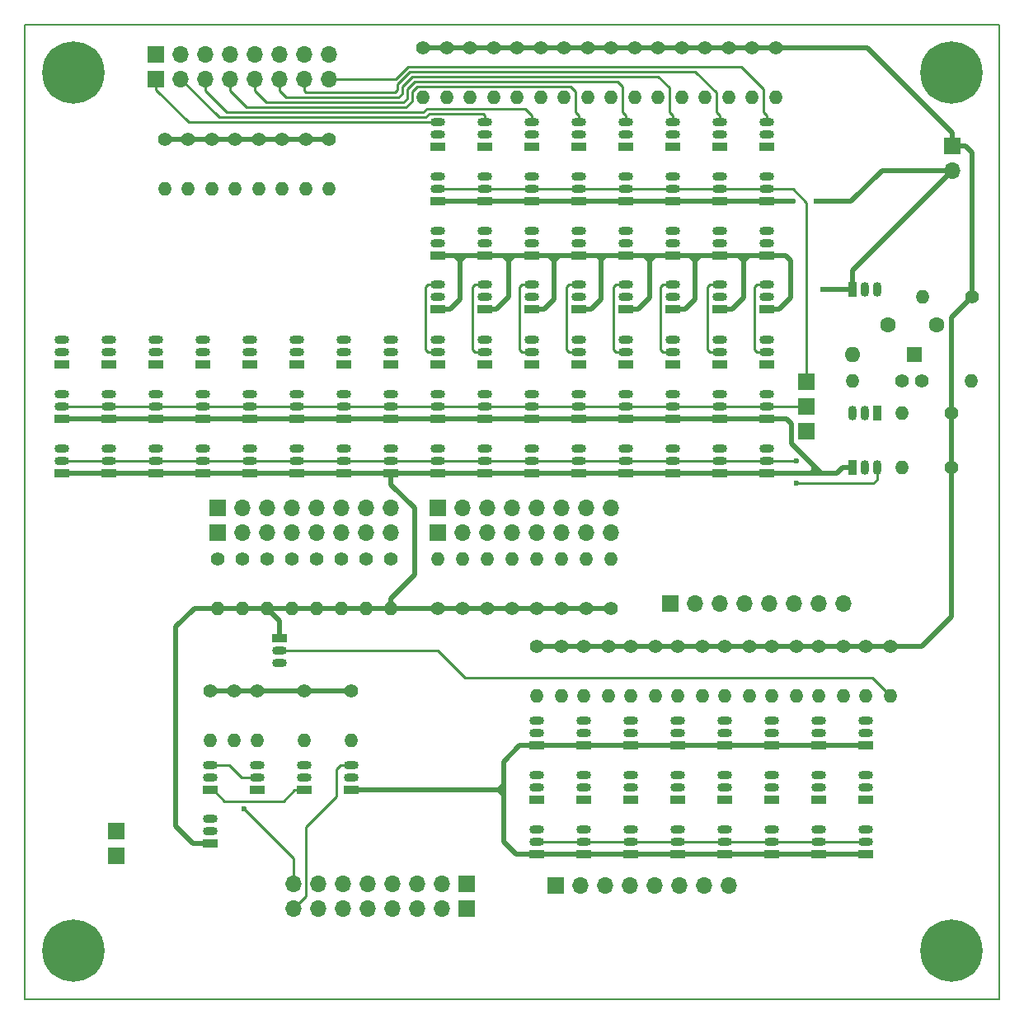
<source format=gbr>
%TF.GenerationSoftware,KiCad,Pcbnew,4.0.7-e2-6376~61~ubuntu18.04.1*%
%TF.CreationDate,2020-08-23T10:07:49+02:00*%
%TF.ProjectId,controller,636F6E74726F6C6C65722E6B69636164,rev?*%
%TF.FileFunction,Copper,L1,Top,Signal*%
%FSLAX46Y46*%
G04 Gerber Fmt 4.6, Leading zero omitted, Abs format (unit mm)*
G04 Created by KiCad (PCBNEW 4.0.7-e2-6376~61~ubuntu18.04.1) date Sun Aug 23 10:07:49 2020*
%MOMM*%
%LPD*%
G01*
G04 APERTURE LIST*
%ADD10C,0.100000*%
%ADD11C,0.150000*%
%ADD12C,1.600000*%
%ADD13R,1.600000X1.600000*%
%ADD14O,1.600000X1.600000*%
%ADD15R,1.700000X1.700000*%
%ADD16O,1.700000X1.700000*%
%ADD17O,0.900000X1.500000*%
%ADD18R,0.900000X1.500000*%
%ADD19O,1.500000X0.900000*%
%ADD20R,1.500000X0.900000*%
%ADD21C,1.400000*%
%ADD22O,1.400000X1.400000*%
%ADD23C,6.400000*%
%ADD24C,0.600000*%
%ADD25C,0.250000*%
%ADD26C,0.500000*%
G04 APERTURE END LIST*
D10*
D11*
X41440000Y-15405000D02*
X41440000Y-115405000D01*
X41440000Y-115405000D02*
X141440000Y-115405000D01*
X141440000Y-15405000D02*
X141440000Y-115405000D01*
X41440000Y-15405000D02*
X141440000Y-15405000D01*
D12*
X135048000Y-46228000D03*
X130048000Y-46228000D03*
D13*
X132715000Y-49276000D03*
D14*
X126365000Y-49276000D03*
D15*
X121666000Y-57150000D03*
X83820000Y-67564000D03*
D16*
X86360000Y-67564000D03*
X88900000Y-67564000D03*
X91440000Y-67564000D03*
X93980000Y-67564000D03*
X96520000Y-67564000D03*
X99060000Y-67564000D03*
X101600000Y-67564000D03*
D15*
X83820000Y-65024000D03*
D16*
X86360000Y-65024000D03*
X88900000Y-65024000D03*
X91440000Y-65024000D03*
X93980000Y-65024000D03*
X96520000Y-65024000D03*
X99060000Y-65024000D03*
X101600000Y-65024000D03*
D15*
X61214000Y-67564000D03*
D16*
X63754000Y-67564000D03*
X66294000Y-67564000D03*
X68834000Y-67564000D03*
X71374000Y-67564000D03*
X73914000Y-67564000D03*
X76454000Y-67564000D03*
X78994000Y-67564000D03*
D15*
X61214000Y-65024000D03*
D16*
X63754000Y-65024000D03*
X66294000Y-65024000D03*
X68834000Y-65024000D03*
X71374000Y-65024000D03*
X73914000Y-65024000D03*
X76454000Y-65024000D03*
X78994000Y-65024000D03*
D15*
X121666000Y-54610000D03*
X121666000Y-52070000D03*
X54864000Y-18415000D03*
D16*
X57404000Y-18415000D03*
X59944000Y-18415000D03*
X62484000Y-18415000D03*
X65024000Y-18415000D03*
X67564000Y-18415000D03*
X70104000Y-18415000D03*
X72644000Y-18415000D03*
D15*
X54864000Y-20955000D03*
D16*
X57404000Y-20955000D03*
X59944000Y-20955000D03*
X62484000Y-20955000D03*
X65024000Y-20955000D03*
X67564000Y-20955000D03*
X70104000Y-20955000D03*
X72644000Y-20955000D03*
D15*
X107696000Y-74803000D03*
D16*
X110236000Y-74803000D03*
X112776000Y-74803000D03*
X115316000Y-74803000D03*
X117856000Y-74803000D03*
X120396000Y-74803000D03*
X122936000Y-74803000D03*
X125476000Y-74803000D03*
D15*
X50800000Y-100711000D03*
X50800000Y-98171000D03*
X95885000Y-103759000D03*
D16*
X98425000Y-103759000D03*
X100965000Y-103759000D03*
X103505000Y-103759000D03*
X106045000Y-103759000D03*
X108585000Y-103759000D03*
X111125000Y-103759000D03*
X113665000Y-103759000D03*
D15*
X86741000Y-106172000D03*
D16*
X84201000Y-106172000D03*
X81661000Y-106172000D03*
X79121000Y-106172000D03*
X76581000Y-106172000D03*
X74041000Y-106172000D03*
X71501000Y-106172000D03*
X68961000Y-106172000D03*
D15*
X86741000Y-103632000D03*
D16*
X84201000Y-103632000D03*
X81661000Y-103632000D03*
X79121000Y-103632000D03*
X76581000Y-103632000D03*
X74041000Y-103632000D03*
X71501000Y-103632000D03*
X68961000Y-103632000D03*
D15*
X136652000Y-27813000D03*
D16*
X136652000Y-30353000D03*
D17*
X127635000Y-42545000D03*
X128905000Y-42545000D03*
D18*
X126365000Y-42545000D03*
D17*
X127635000Y-55245000D03*
X126365000Y-55245000D03*
D18*
X128905000Y-55245000D03*
D17*
X127635000Y-60833000D03*
X128905000Y-60833000D03*
D18*
X126365000Y-60833000D03*
D19*
X67564000Y-79629000D03*
X67564000Y-80899000D03*
D20*
X67564000Y-78359000D03*
D19*
X70104000Y-92710000D03*
X70104000Y-91440000D03*
D20*
X70104000Y-93980000D03*
D19*
X74930000Y-92710000D03*
X74930000Y-91440000D03*
D20*
X74930000Y-93980000D03*
D19*
X60452000Y-98171000D03*
X60452000Y-96901000D03*
D20*
X60452000Y-99441000D03*
D19*
X60452000Y-92710000D03*
X60452000Y-91440000D03*
D20*
X60452000Y-93980000D03*
D19*
X65278000Y-92710000D03*
X65278000Y-91440000D03*
D20*
X65278000Y-93980000D03*
D19*
X83820000Y-37846000D03*
X83820000Y-36576000D03*
D20*
X83820000Y-39116000D03*
D19*
X83820000Y-26670000D03*
X83820000Y-25400000D03*
D20*
X83820000Y-27940000D03*
D19*
X83820000Y-32258000D03*
X83820000Y-30988000D03*
D20*
X83820000Y-33528000D03*
D19*
X88646000Y-37846000D03*
X88646000Y-36576000D03*
D20*
X88646000Y-39116000D03*
D19*
X88646000Y-26670000D03*
X88646000Y-25400000D03*
D20*
X88646000Y-27940000D03*
D19*
X88646000Y-32258000D03*
X88646000Y-30988000D03*
D20*
X88646000Y-33528000D03*
D19*
X93472000Y-37846000D03*
X93472000Y-36576000D03*
D20*
X93472000Y-39116000D03*
D19*
X93472000Y-26670000D03*
X93472000Y-25400000D03*
D20*
X93472000Y-27940000D03*
D19*
X93472000Y-32258000D03*
X93472000Y-30988000D03*
D20*
X93472000Y-33528000D03*
D19*
X98298000Y-37846000D03*
X98298000Y-36576000D03*
D20*
X98298000Y-39116000D03*
D19*
X98298000Y-26670000D03*
X98298000Y-25400000D03*
D20*
X98298000Y-27940000D03*
D19*
X98298000Y-32258000D03*
X98298000Y-30988000D03*
D20*
X98298000Y-33528000D03*
D19*
X103124000Y-37846000D03*
X103124000Y-36576000D03*
D20*
X103124000Y-39116000D03*
D19*
X103124000Y-26670000D03*
X103124000Y-25400000D03*
D20*
X103124000Y-27940000D03*
D19*
X103124000Y-32258000D03*
X103124000Y-30988000D03*
D20*
X103124000Y-33528000D03*
D19*
X107950000Y-37846000D03*
X107950000Y-36576000D03*
D20*
X107950000Y-39116000D03*
D19*
X107950000Y-26670000D03*
X107950000Y-25400000D03*
D20*
X107950000Y-27940000D03*
D19*
X107950000Y-32258000D03*
X107950000Y-30988000D03*
D20*
X107950000Y-33528000D03*
D19*
X112776000Y-37846000D03*
X112776000Y-36576000D03*
D20*
X112776000Y-39116000D03*
D19*
X112776000Y-26670000D03*
X112776000Y-25400000D03*
D20*
X112776000Y-27940000D03*
D19*
X112776000Y-32258000D03*
X112776000Y-30988000D03*
D20*
X112776000Y-33528000D03*
D19*
X117602000Y-37846000D03*
X117602000Y-36576000D03*
D20*
X117602000Y-39116000D03*
D19*
X117602000Y-26670000D03*
X117602000Y-25400000D03*
D20*
X117602000Y-27940000D03*
D19*
X117602000Y-32258000D03*
X117602000Y-30988000D03*
D20*
X117602000Y-33528000D03*
D19*
X45212000Y-49022000D03*
X45212000Y-47752000D03*
D20*
X45212000Y-50292000D03*
D19*
X45212000Y-54610000D03*
X45212000Y-53340000D03*
D20*
X45212000Y-55880000D03*
D19*
X50038000Y-49022000D03*
X50038000Y-47752000D03*
D20*
X50038000Y-50292000D03*
D19*
X50038000Y-54610000D03*
X50038000Y-53340000D03*
D20*
X50038000Y-55880000D03*
D19*
X54864000Y-49022000D03*
X54864000Y-47752000D03*
D20*
X54864000Y-50292000D03*
D19*
X54864000Y-54610000D03*
X54864000Y-53340000D03*
D20*
X54864000Y-55880000D03*
D19*
X59690000Y-49022000D03*
X59690000Y-47752000D03*
D20*
X59690000Y-50292000D03*
D19*
X59690000Y-54610000D03*
X59690000Y-53340000D03*
D20*
X59690000Y-55880000D03*
D19*
X64516000Y-49022000D03*
X64516000Y-47752000D03*
D20*
X64516000Y-50292000D03*
D19*
X64516000Y-54610000D03*
X64516000Y-53340000D03*
D20*
X64516000Y-55880000D03*
D19*
X69342000Y-49022000D03*
X69342000Y-47752000D03*
D20*
X69342000Y-50292000D03*
D19*
X69342000Y-54610000D03*
X69342000Y-53340000D03*
D20*
X69342000Y-55880000D03*
D19*
X74168000Y-49022000D03*
X74168000Y-47752000D03*
D20*
X74168000Y-50292000D03*
D19*
X74168000Y-54610000D03*
X74168000Y-53340000D03*
D20*
X74168000Y-55880000D03*
D19*
X78994000Y-49022000D03*
X78994000Y-47752000D03*
D20*
X78994000Y-50292000D03*
D19*
X78994000Y-54610000D03*
X78994000Y-53340000D03*
D20*
X78994000Y-55880000D03*
D19*
X83820000Y-49022000D03*
X83820000Y-47752000D03*
D20*
X83820000Y-50292000D03*
D19*
X83820000Y-54610000D03*
X83820000Y-53340000D03*
D20*
X83820000Y-55880000D03*
D19*
X88646000Y-49022000D03*
X88646000Y-47752000D03*
D20*
X88646000Y-50292000D03*
D19*
X88646000Y-54610000D03*
X88646000Y-53340000D03*
D20*
X88646000Y-55880000D03*
D19*
X93472000Y-49022000D03*
X93472000Y-47752000D03*
D20*
X93472000Y-50292000D03*
D19*
X93472000Y-54610000D03*
X93472000Y-53340000D03*
D20*
X93472000Y-55880000D03*
D19*
X98298000Y-49022000D03*
X98298000Y-47752000D03*
D20*
X98298000Y-50292000D03*
D19*
X98298000Y-54610000D03*
X98298000Y-53340000D03*
D20*
X98298000Y-55880000D03*
D19*
X103124000Y-49022000D03*
X103124000Y-47752000D03*
D20*
X103124000Y-50292000D03*
D19*
X103124000Y-54610000D03*
X103124000Y-53340000D03*
D20*
X103124000Y-55880000D03*
D19*
X107950000Y-49022000D03*
X107950000Y-47752000D03*
D20*
X107950000Y-50292000D03*
D19*
X107950000Y-54610000D03*
X107950000Y-53340000D03*
D20*
X107950000Y-55880000D03*
D19*
X112776000Y-49022000D03*
X112776000Y-47752000D03*
D20*
X112776000Y-50292000D03*
D19*
X112776000Y-54610000D03*
X112776000Y-53340000D03*
D20*
X112776000Y-55880000D03*
D19*
X117602000Y-49022000D03*
X117602000Y-47752000D03*
D20*
X117602000Y-50292000D03*
D19*
X117602000Y-54610000D03*
X117602000Y-53340000D03*
D20*
X117602000Y-55880000D03*
D19*
X83820000Y-43307000D03*
X83820000Y-42037000D03*
D20*
X83820000Y-44577000D03*
D19*
X88646000Y-43307000D03*
X88646000Y-42037000D03*
D20*
X88646000Y-44577000D03*
D19*
X93472000Y-43307000D03*
X93472000Y-42037000D03*
D20*
X93472000Y-44577000D03*
D19*
X98298000Y-43307000D03*
X98298000Y-42037000D03*
D20*
X98298000Y-44577000D03*
D19*
X103124000Y-43307000D03*
X103124000Y-42037000D03*
D20*
X103124000Y-44577000D03*
D19*
X107950000Y-43307000D03*
X107950000Y-42037000D03*
D20*
X107950000Y-44577000D03*
D19*
X112776000Y-43307000D03*
X112776000Y-42037000D03*
D20*
X112776000Y-44577000D03*
D19*
X117602000Y-43307000D03*
X117602000Y-42037000D03*
D20*
X117602000Y-44577000D03*
D19*
X83820000Y-60198000D03*
X83820000Y-58928000D03*
D20*
X83820000Y-61468000D03*
D19*
X45212000Y-60198000D03*
X45212000Y-58928000D03*
D20*
X45212000Y-61468000D03*
D19*
X88646000Y-60198000D03*
X88646000Y-58928000D03*
D20*
X88646000Y-61468000D03*
D19*
X50038000Y-60198000D03*
X50038000Y-58928000D03*
D20*
X50038000Y-61468000D03*
D19*
X93472000Y-60198000D03*
X93472000Y-58928000D03*
D20*
X93472000Y-61468000D03*
D19*
X54864000Y-60198000D03*
X54864000Y-58928000D03*
D20*
X54864000Y-61468000D03*
D19*
X98298000Y-60198000D03*
X98298000Y-58928000D03*
D20*
X98298000Y-61468000D03*
D19*
X59690000Y-60198000D03*
X59690000Y-58928000D03*
D20*
X59690000Y-61468000D03*
D19*
X103124000Y-60198000D03*
X103124000Y-58928000D03*
D20*
X103124000Y-61468000D03*
D19*
X64516000Y-60198000D03*
X64516000Y-58928000D03*
D20*
X64516000Y-61468000D03*
D19*
X107950000Y-60198000D03*
X107950000Y-58928000D03*
D20*
X107950000Y-61468000D03*
D19*
X69342000Y-60198000D03*
X69342000Y-58928000D03*
D20*
X69342000Y-61468000D03*
D19*
X112776000Y-60198000D03*
X112776000Y-58928000D03*
D20*
X112776000Y-61468000D03*
D19*
X74168000Y-60198000D03*
X74168000Y-58928000D03*
D20*
X74168000Y-61468000D03*
D19*
X117602000Y-60198000D03*
X117602000Y-58928000D03*
D20*
X117602000Y-61468000D03*
D19*
X78994000Y-60198000D03*
X78994000Y-58928000D03*
D20*
X78994000Y-61468000D03*
D19*
X93980000Y-93726000D03*
X93980000Y-92456000D03*
D20*
X93980000Y-94996000D03*
D19*
X93980000Y-99314000D03*
X93980000Y-98044000D03*
D20*
X93980000Y-100584000D03*
D19*
X98806000Y-93726000D03*
X98806000Y-92456000D03*
D20*
X98806000Y-94996000D03*
D19*
X98806000Y-99314000D03*
X98806000Y-98044000D03*
D20*
X98806000Y-100584000D03*
D19*
X103632000Y-93726000D03*
X103632000Y-92456000D03*
D20*
X103632000Y-94996000D03*
D19*
X103632000Y-99314000D03*
X103632000Y-98044000D03*
D20*
X103632000Y-100584000D03*
D19*
X108458000Y-93726000D03*
X108458000Y-92456000D03*
D20*
X108458000Y-94996000D03*
D19*
X108458000Y-99314000D03*
X108458000Y-98044000D03*
D20*
X108458000Y-100584000D03*
D19*
X113284000Y-93726000D03*
X113284000Y-92456000D03*
D20*
X113284000Y-94996000D03*
D19*
X113284000Y-99314000D03*
X113284000Y-98044000D03*
D20*
X113284000Y-100584000D03*
D19*
X118110000Y-93726000D03*
X118110000Y-92456000D03*
D20*
X118110000Y-94996000D03*
D19*
X118110000Y-99314000D03*
X118110000Y-98044000D03*
D20*
X118110000Y-100584000D03*
D19*
X122936000Y-93726000D03*
X122936000Y-92456000D03*
D20*
X122936000Y-94996000D03*
D19*
X122936000Y-99314000D03*
X122936000Y-98044000D03*
D20*
X122936000Y-100584000D03*
D19*
X127762000Y-93726000D03*
X127762000Y-92456000D03*
D20*
X127762000Y-94996000D03*
D19*
X127762000Y-99314000D03*
X127762000Y-98044000D03*
D20*
X127762000Y-100584000D03*
D19*
X93980000Y-88138000D03*
X93980000Y-86868000D03*
D20*
X93980000Y-89408000D03*
D19*
X98806000Y-88138000D03*
X98806000Y-86868000D03*
D20*
X98806000Y-89408000D03*
D19*
X103632000Y-88138000D03*
X103632000Y-86868000D03*
D20*
X103632000Y-89408000D03*
D19*
X108458000Y-88138000D03*
X108458000Y-86868000D03*
D20*
X108458000Y-89408000D03*
D19*
X113284000Y-88138000D03*
X113284000Y-86868000D03*
D20*
X113284000Y-89408000D03*
D19*
X118110000Y-88138000D03*
X118110000Y-86868000D03*
D20*
X118110000Y-89408000D03*
D19*
X122936000Y-88138000D03*
X122936000Y-86868000D03*
D20*
X122936000Y-89408000D03*
D19*
X127762000Y-88138000D03*
X127762000Y-86868000D03*
D20*
X127762000Y-89408000D03*
D21*
X138684000Y-43307000D03*
D22*
X133604000Y-43307000D03*
D21*
X101600000Y-75311000D03*
D22*
X101600000Y-70231000D03*
D21*
X99060000Y-75311000D03*
D22*
X99060000Y-70231000D03*
D21*
X96520000Y-75311000D03*
D22*
X96520000Y-70231000D03*
D21*
X93980000Y-75311000D03*
D22*
X93980000Y-70231000D03*
D21*
X91440000Y-75311000D03*
D22*
X91440000Y-70231000D03*
D21*
X88900000Y-75311000D03*
D22*
X88900000Y-70231000D03*
D21*
X86360000Y-75311000D03*
D22*
X86360000Y-70231000D03*
D21*
X83820000Y-75311000D03*
D22*
X83820000Y-70231000D03*
D21*
X131445000Y-51943000D03*
D22*
X126365000Y-51943000D03*
D21*
X61214000Y-70231000D03*
D22*
X61214000Y-75311000D03*
D21*
X63754000Y-70231000D03*
D22*
X63754000Y-75311000D03*
D21*
X66294000Y-70231000D03*
D22*
X66294000Y-75311000D03*
D21*
X68834000Y-70231000D03*
D22*
X68834000Y-75311000D03*
D21*
X71374000Y-70231000D03*
D22*
X71374000Y-75311000D03*
D21*
X73914000Y-70231000D03*
D22*
X73914000Y-75311000D03*
D21*
X76454000Y-70231000D03*
D22*
X76454000Y-75311000D03*
D21*
X78994000Y-70231000D03*
D22*
X78994000Y-75311000D03*
D21*
X133477000Y-51943000D03*
D22*
X138557000Y-51943000D03*
D21*
X136525000Y-55245000D03*
D22*
X131445000Y-55245000D03*
D21*
X136525000Y-60833000D03*
D22*
X131445000Y-60833000D03*
D21*
X72644000Y-27178000D03*
D22*
X72644000Y-32258000D03*
D21*
X70231000Y-27178000D03*
D22*
X70231000Y-32258000D03*
D21*
X67818000Y-27178000D03*
D22*
X67818000Y-32258000D03*
D21*
X65405000Y-27178000D03*
D22*
X65405000Y-32258000D03*
D21*
X62992000Y-27178000D03*
D22*
X62992000Y-32258000D03*
D21*
X60579000Y-27178000D03*
D22*
X60579000Y-32258000D03*
D21*
X58166000Y-27178000D03*
D22*
X58166000Y-32258000D03*
D21*
X55753000Y-27178000D03*
D22*
X55753000Y-32258000D03*
D21*
X62865000Y-83820000D03*
D22*
X62865000Y-88900000D03*
D21*
X70104000Y-83820000D03*
D22*
X70104000Y-88900000D03*
D21*
X74930000Y-83820000D03*
D22*
X74930000Y-88900000D03*
D21*
X60452000Y-83820000D03*
D22*
X60452000Y-88900000D03*
D21*
X65278000Y-83820000D03*
D22*
X65278000Y-88900000D03*
D21*
X96520000Y-79248000D03*
D22*
X96520000Y-84328000D03*
D21*
X101346000Y-79248000D03*
D22*
X101346000Y-84328000D03*
D21*
X106172000Y-79248000D03*
D22*
X106172000Y-84328000D03*
D21*
X110998000Y-79248000D03*
D22*
X110998000Y-84328000D03*
D21*
X115824000Y-79248000D03*
D22*
X115824000Y-84328000D03*
D21*
X120650000Y-79248000D03*
D22*
X120650000Y-84328000D03*
D21*
X125476000Y-79248000D03*
D22*
X125476000Y-84328000D03*
D21*
X130302000Y-79248000D03*
D22*
X130302000Y-84328000D03*
D21*
X84709000Y-17780000D03*
D22*
X84709000Y-22860000D03*
D21*
X89535000Y-17780000D03*
D22*
X89535000Y-22860000D03*
D21*
X94361000Y-17780000D03*
D22*
X94361000Y-22860000D03*
D21*
X99187000Y-17780000D03*
D22*
X99187000Y-22860000D03*
D21*
X104013000Y-17780000D03*
D22*
X104013000Y-22860000D03*
D21*
X108839000Y-17780000D03*
D22*
X108839000Y-22860000D03*
D21*
X113665000Y-17780000D03*
D22*
X113665000Y-22860000D03*
D21*
X118491000Y-17780000D03*
D22*
X118491000Y-22860000D03*
D21*
X82296000Y-17780000D03*
D22*
X82296000Y-22860000D03*
D21*
X87122000Y-17780000D03*
D22*
X87122000Y-22860000D03*
D21*
X91948000Y-17780000D03*
D22*
X91948000Y-22860000D03*
D21*
X96774000Y-17780000D03*
D22*
X96774000Y-22860000D03*
D21*
X101600000Y-17780000D03*
D22*
X101600000Y-22860000D03*
D21*
X106426000Y-17780000D03*
D22*
X106426000Y-22860000D03*
D21*
X111252000Y-17780000D03*
D22*
X111252000Y-22860000D03*
D21*
X116078000Y-17780000D03*
D22*
X116078000Y-22860000D03*
D21*
X93980000Y-79248000D03*
D22*
X93980000Y-84328000D03*
D21*
X98806000Y-79248000D03*
D22*
X98806000Y-84328000D03*
D21*
X103632000Y-79248000D03*
D22*
X103632000Y-84328000D03*
D21*
X108458000Y-79248000D03*
D22*
X108458000Y-84328000D03*
D21*
X113284000Y-79248000D03*
D22*
X113284000Y-84328000D03*
D21*
X118110000Y-79248000D03*
D22*
X118110000Y-84328000D03*
D21*
X122936000Y-79248000D03*
D22*
X122936000Y-84328000D03*
D21*
X127762000Y-79248000D03*
D22*
X127762000Y-84328000D03*
D23*
X136525000Y-20320000D03*
X46355000Y-20320000D03*
X46355000Y-110490000D03*
X136525000Y-110490000D03*
D24*
X63881000Y-95885000D03*
X122682000Y-33528000D03*
X120269000Y-33528000D03*
X123317000Y-42545000D03*
X120015000Y-42545000D03*
X120650000Y-62484000D03*
X120650000Y-60198000D03*
D25*
X50038000Y-54610000D02*
X45212000Y-54610000D01*
X54864000Y-54610000D02*
X50038000Y-54610000D01*
X59690000Y-54610000D02*
X54864000Y-54610000D01*
X59690000Y-54610000D02*
X64516000Y-54610000D01*
X69342000Y-54610000D02*
X64516000Y-54610000D01*
X74168000Y-54610000D02*
X73168000Y-54610000D01*
X73168000Y-54610000D02*
X69342000Y-54610000D01*
X78994000Y-54610000D02*
X77994000Y-54610000D01*
X77994000Y-54610000D02*
X74168000Y-54610000D01*
X83820000Y-54610000D02*
X78994000Y-54610000D01*
X88646000Y-54610000D02*
X83820000Y-54610000D01*
X93472000Y-54610000D02*
X88646000Y-54610000D01*
X98298000Y-54610000D02*
X93472000Y-54610000D01*
X103124000Y-54610000D02*
X102124000Y-54610000D01*
X102124000Y-54610000D02*
X98298000Y-54610000D01*
X107950000Y-54610000D02*
X103124000Y-54610000D01*
X112776000Y-54610000D02*
X107950000Y-54610000D01*
X117602000Y-54610000D02*
X116602000Y-54610000D01*
X116602000Y-54610000D02*
X112776000Y-54610000D01*
X121666000Y-54610000D02*
X117602000Y-54610000D01*
X120269000Y-32258000D02*
X121666000Y-33655000D01*
X121666000Y-33655000D02*
X121666000Y-52070000D01*
X117602000Y-32258000D02*
X120269000Y-32258000D01*
X112776000Y-32258000D02*
X117602000Y-32258000D01*
X107950000Y-32258000D02*
X108950000Y-32258000D01*
X108950000Y-32258000D02*
X112776000Y-32258000D01*
X103124000Y-32258000D02*
X107950000Y-32258000D01*
X98298000Y-32258000D02*
X103124000Y-32258000D01*
X93472000Y-32258000D02*
X98298000Y-32258000D01*
X88646000Y-32258000D02*
X93472000Y-32258000D01*
X83820000Y-32258000D02*
X88646000Y-32258000D01*
X54864000Y-20955000D02*
X54864000Y-22055000D01*
X54864000Y-22055000D02*
X58209000Y-25400000D01*
X58209000Y-25400000D02*
X72136000Y-25400000D01*
X72136000Y-25400000D02*
X83820000Y-25400000D01*
X83058000Y-24511000D02*
X82931000Y-24511000D01*
X82931000Y-24511000D02*
X82550000Y-24892000D01*
X82550000Y-24892000D02*
X61341000Y-24892000D01*
X61341000Y-24892000D02*
X57404000Y-20955000D01*
X87884000Y-24511000D02*
X83058000Y-24511000D01*
X88457000Y-24511000D02*
X87884000Y-24511000D01*
X88646000Y-25400000D02*
X88646000Y-24700000D01*
X88646000Y-24700000D02*
X88457000Y-24511000D01*
X82804000Y-24003000D02*
X82677000Y-24003000D01*
X82677000Y-24003000D02*
X82296000Y-24384000D01*
X59944000Y-22157081D02*
X59944000Y-20955000D01*
X82296000Y-24384000D02*
X62170919Y-24384000D01*
X62170919Y-24384000D02*
X59944000Y-22157081D01*
X84709000Y-24003000D02*
X82804000Y-24003000D01*
X87884000Y-24003000D02*
X84709000Y-24003000D01*
X92775000Y-24003000D02*
X87884000Y-24003000D01*
X93472000Y-25400000D02*
X93472000Y-24700000D01*
X93472000Y-24700000D02*
X92775000Y-24003000D01*
X98298000Y-25400000D02*
X98298000Y-24700000D01*
X64202919Y-23876000D02*
X62484000Y-22157081D01*
X98298000Y-24700000D02*
X97917000Y-24319000D01*
X81153000Y-23241000D02*
X80518000Y-23876000D01*
X97917000Y-24319000D02*
X97917000Y-22225000D01*
X97917000Y-22225000D02*
X97409000Y-21717000D01*
X62484000Y-22157081D02*
X62484000Y-20955000D01*
X97409000Y-21717000D02*
X81661000Y-21717000D01*
X80518000Y-23876000D02*
X64202919Y-23876000D01*
X81661000Y-21717000D02*
X81153000Y-22225000D01*
X81153000Y-22225000D02*
X81153000Y-23241000D01*
X103124000Y-25400000D02*
X103124000Y-24700000D01*
X102235000Y-21209000D02*
X81407000Y-21209000D01*
X80645000Y-21971000D02*
X80645000Y-22987000D01*
X66234919Y-23368000D02*
X65024000Y-22157081D01*
X103124000Y-24700000D02*
X102743000Y-24319000D01*
X102743000Y-24319000D02*
X102743000Y-21717000D01*
X102743000Y-21717000D02*
X102235000Y-21209000D01*
X81407000Y-21209000D02*
X80645000Y-21971000D01*
X80645000Y-22987000D02*
X80264000Y-23368000D01*
X80264000Y-23368000D02*
X66234919Y-23368000D01*
X65024000Y-22157081D02*
X65024000Y-20955000D01*
X107950000Y-25400000D02*
X107950000Y-24700000D01*
X106426000Y-20701000D02*
X81153000Y-20701000D01*
X80137000Y-22479000D02*
X79756000Y-22860000D01*
X68266919Y-22860000D02*
X67564000Y-22157081D01*
X107950000Y-24700000D02*
X107569000Y-24319000D01*
X107569000Y-24319000D02*
X107569000Y-21844000D01*
X107569000Y-21844000D02*
X106426000Y-20701000D01*
X80137000Y-21717000D02*
X80137000Y-22479000D01*
X81153000Y-20701000D02*
X80137000Y-21717000D01*
X79756000Y-22860000D02*
X68266919Y-22860000D01*
X67564000Y-22157081D02*
X67564000Y-20955000D01*
X112776000Y-25400000D02*
X112776000Y-24700000D01*
X112776000Y-24700000D02*
X112395000Y-24319000D01*
X70298919Y-22352000D02*
X70104000Y-22157081D01*
X112395000Y-24319000D02*
X112395000Y-22352000D01*
X80899000Y-20193000D02*
X79629000Y-21463000D01*
X79375000Y-22352000D02*
X70298919Y-22352000D01*
X112395000Y-22352000D02*
X110236000Y-20193000D01*
X110236000Y-20193000D02*
X80899000Y-20193000D01*
X79629000Y-21463000D02*
X79629000Y-22098000D01*
X79629000Y-22098000D02*
X79375000Y-22352000D01*
X70104000Y-22157081D02*
X70104000Y-20955000D01*
X80770590Y-19685000D02*
X79502000Y-20953590D01*
X72644000Y-20955000D02*
X79500590Y-20955000D01*
X79500590Y-20955000D02*
X79502000Y-20953590D01*
X110617000Y-19685000D02*
X80770590Y-19685000D01*
X114935000Y-19685000D02*
X110617000Y-19685000D01*
X117221000Y-21971000D02*
X114935000Y-19685000D01*
X117221000Y-22485998D02*
X117221000Y-21971000D01*
X117221000Y-23114000D02*
X117221000Y-22485998D01*
X117221000Y-24319000D02*
X117221000Y-23114000D01*
X117602000Y-25400000D02*
X117602000Y-24700000D01*
X117602000Y-24700000D02*
X117221000Y-24319000D01*
X122936000Y-99314000D02*
X127762000Y-99314000D01*
X118110000Y-99314000D02*
X122936000Y-99314000D01*
X113284000Y-99314000D02*
X118110000Y-99314000D01*
X108458000Y-99314000D02*
X113284000Y-99314000D01*
X103632000Y-99314000D02*
X108458000Y-99314000D01*
X98806000Y-99314000D02*
X103632000Y-99314000D01*
X93980000Y-99314000D02*
X98806000Y-99314000D01*
X86614000Y-82423000D02*
X128397000Y-82423000D01*
X128397000Y-82423000D02*
X130302000Y-84328000D01*
X83820000Y-79629000D02*
X86614000Y-82423000D01*
X67564000Y-79629000D02*
X83820000Y-79629000D01*
X68961000Y-106172000D02*
X70231000Y-104902000D01*
X73406000Y-91821000D02*
X73787000Y-91440000D01*
X70231000Y-104902000D02*
X70231000Y-97790000D01*
X73787000Y-91440000D02*
X74930000Y-91440000D01*
X70231000Y-97790000D02*
X73406000Y-94615000D01*
X73406000Y-94615000D02*
X73406000Y-91821000D01*
X63881000Y-95885000D02*
X68961000Y-100965000D01*
X68961000Y-100965000D02*
X68961000Y-103632000D01*
D26*
X96520000Y-79248000D02*
X93980000Y-79248000D01*
X98806000Y-79248000D02*
X96520000Y-79248000D01*
X101346000Y-79248000D02*
X98806000Y-79248000D01*
X103632000Y-79248000D02*
X101346000Y-79248000D01*
X106172000Y-79248000D02*
X103632000Y-79248000D01*
X108458000Y-79248000D02*
X106172000Y-79248000D01*
X108458000Y-79248000D02*
X110998000Y-79248000D01*
X113284000Y-79248000D02*
X110998000Y-79248000D01*
X115824000Y-79248000D02*
X113284000Y-79248000D01*
X118110000Y-79248000D02*
X115824000Y-79248000D01*
X120650000Y-79248000D02*
X118110000Y-79248000D01*
X122936000Y-79248000D02*
X120650000Y-79248000D01*
X125476000Y-79248000D02*
X122936000Y-79248000D01*
X127762000Y-79248000D02*
X125476000Y-79248000D01*
X130302000Y-79248000D02*
X127762000Y-79248000D01*
X136525000Y-76200000D02*
X133477000Y-79248000D01*
X133477000Y-79248000D02*
X130302000Y-79248000D01*
X136525000Y-60833000D02*
X136525000Y-76200000D01*
X138684000Y-43307000D02*
X138684000Y-28495000D01*
X138684000Y-28495000D02*
X138002000Y-27813000D01*
X138002000Y-27813000D02*
X136652000Y-27813000D01*
X136525000Y-55245000D02*
X136525000Y-45466000D01*
X136525000Y-45466000D02*
X138684000Y-43307000D01*
X136525000Y-60833000D02*
X136525000Y-59843051D01*
X136525000Y-59843051D02*
X136525000Y-55245000D01*
X118491000Y-17780000D02*
X127969000Y-17780000D01*
X127969000Y-17780000D02*
X136652000Y-26463000D01*
X136652000Y-26463000D02*
X136652000Y-27813000D01*
X70104000Y-83820000D02*
X74930000Y-83820000D01*
X65278000Y-83820000D02*
X70104000Y-83820000D01*
X65278000Y-83820000D02*
X62865000Y-83820000D01*
X60452000Y-83820000D02*
X62865000Y-83820000D01*
X118491000Y-17780000D02*
X116078000Y-17780000D01*
X113665000Y-17780000D02*
X116078000Y-17780000D01*
X111252000Y-17780000D02*
X113665000Y-17780000D01*
X108839000Y-17780000D02*
X111252000Y-17780000D01*
X106426000Y-17780000D02*
X108839000Y-17780000D01*
X104013000Y-17780000D02*
X106426000Y-17780000D01*
X101600000Y-17780000D02*
X104013000Y-17780000D01*
X99187000Y-17780000D02*
X101600000Y-17780000D01*
X96774000Y-17780000D02*
X99187000Y-17780000D01*
X94361000Y-17780000D02*
X96774000Y-17780000D01*
X91948000Y-17780000D02*
X94361000Y-17780000D01*
X89535000Y-17780000D02*
X91948000Y-17780000D01*
X87122000Y-17780000D02*
X89535000Y-17780000D01*
X84709000Y-17780000D02*
X87122000Y-17780000D01*
X82296000Y-17780000D02*
X84709000Y-17780000D01*
X58166000Y-27178000D02*
X55753000Y-27178000D01*
X60579000Y-27178000D02*
X58166000Y-27178000D01*
X62992000Y-27178000D02*
X60579000Y-27178000D01*
X65405000Y-27178000D02*
X62992000Y-27178000D01*
X67818000Y-27178000D02*
X65405000Y-27178000D01*
X70231000Y-27178000D02*
X67818000Y-27178000D01*
X72644000Y-27178000D02*
X70231000Y-27178000D01*
X56896000Y-77216000D02*
X58801000Y-75311000D01*
X58801000Y-75311000D02*
X61214000Y-75311000D01*
X56896000Y-97663000D02*
X56896000Y-77216000D01*
X58674000Y-99441000D02*
X56896000Y-97663000D01*
X60452000Y-99441000D02*
X58674000Y-99441000D01*
X99060000Y-75311000D02*
X101600000Y-75311000D01*
X96520000Y-75311000D02*
X99060000Y-75311000D01*
X93980000Y-75311000D02*
X96520000Y-75311000D01*
X91440000Y-75311000D02*
X93980000Y-75311000D01*
X88900000Y-75311000D02*
X91440000Y-75311000D01*
X86360000Y-75311000D02*
X88900000Y-75311000D01*
X83820000Y-75311000D02*
X86360000Y-75311000D01*
X81407000Y-65024000D02*
X78994000Y-62611000D01*
X78994000Y-62611000D02*
X78994000Y-61468000D01*
X81407000Y-71882000D02*
X81407000Y-65024000D01*
X78994000Y-74295000D02*
X81407000Y-71882000D01*
X78994000Y-75311000D02*
X78994000Y-74295000D01*
X78994000Y-75311000D02*
X83820000Y-75311000D01*
X76454000Y-75311000D02*
X78994000Y-75311000D01*
X73914000Y-75311000D02*
X76454000Y-75311000D01*
X71374000Y-75311000D02*
X73914000Y-75311000D01*
X67564000Y-78359000D02*
X67564000Y-76581000D01*
X67564000Y-76581000D02*
X66294000Y-75311000D01*
X68834000Y-75311000D02*
X71374000Y-75311000D01*
X66294000Y-75311000D02*
X68834000Y-75311000D01*
X63754000Y-75311000D02*
X66294000Y-75311000D01*
X61214000Y-75311000D02*
X63754000Y-75311000D01*
X90551000Y-99314000D02*
X90551000Y-94488000D01*
X90551000Y-94488000D02*
X90551000Y-93980000D01*
X90043000Y-93980000D02*
X90551000Y-94488000D01*
X90551000Y-93345000D02*
X90551000Y-91059000D01*
X90551000Y-93980000D02*
X90551000Y-93345000D01*
X74930000Y-93980000D02*
X90043000Y-93980000D01*
X90551000Y-93472000D02*
X90043000Y-93980000D01*
X90043000Y-93980000D02*
X90551000Y-93980000D01*
X90551000Y-93345000D02*
X90551000Y-93472000D01*
X93980000Y-100584000D02*
X91821000Y-100584000D01*
X91821000Y-100584000D02*
X90551000Y-99314000D01*
X90551000Y-91059000D02*
X92202000Y-89408000D01*
X92202000Y-89408000D02*
X93980000Y-89408000D01*
X122936000Y-89408000D02*
X127762000Y-89408000D01*
X118110000Y-89408000D02*
X122936000Y-89408000D01*
X113284000Y-89408000D02*
X118110000Y-89408000D01*
X108458000Y-89408000D02*
X113284000Y-89408000D01*
X103632000Y-89408000D02*
X108458000Y-89408000D01*
X98806000Y-89408000D02*
X103632000Y-89408000D01*
X93980000Y-89408000D02*
X98806000Y-89408000D01*
X129413000Y-30353000D02*
X136652000Y-30353000D01*
X126238000Y-33528000D02*
X129413000Y-30353000D01*
X122682000Y-33528000D02*
X126238000Y-33528000D01*
X117602000Y-33528000D02*
X120269000Y-33528000D01*
X126365000Y-42545000D02*
X126365000Y-40640000D01*
X126365000Y-40640000D02*
X136652000Y-30353000D01*
X123317000Y-42545000D02*
X126365000Y-42545000D01*
X120015000Y-42545000D02*
X120015000Y-43414000D01*
X120015000Y-39624000D02*
X120015000Y-42545000D01*
X117602000Y-39116000D02*
X119507000Y-39116000D01*
X119507000Y-39116000D02*
X120015000Y-39624000D01*
X120015000Y-43414000D02*
X118852000Y-44577000D01*
X118852000Y-44577000D02*
X117602000Y-44577000D01*
X112776000Y-39116000D02*
X114681000Y-39116000D01*
X114681000Y-39116000D02*
X115189000Y-39116000D01*
X115189000Y-39624000D02*
X114681000Y-39116000D01*
X115824000Y-39116000D02*
X117602000Y-39116000D01*
X115189000Y-39116000D02*
X115824000Y-39116000D01*
X115189000Y-43414000D02*
X115189000Y-39624000D01*
X115697000Y-39116000D02*
X115189000Y-39624000D01*
X115189000Y-39624000D02*
X115189000Y-39116000D01*
X115824000Y-39116000D02*
X115697000Y-39116000D01*
X112776000Y-44577000D02*
X114026000Y-44577000D01*
X114026000Y-44577000D02*
X115189000Y-43414000D01*
X107950000Y-39116000D02*
X109728000Y-39116000D01*
X109728000Y-39116000D02*
X110236000Y-39116000D01*
X110236000Y-39624000D02*
X109728000Y-39116000D01*
X110744000Y-39116000D02*
X112776000Y-39116000D01*
X110236000Y-39116000D02*
X110744000Y-39116000D01*
X110236000Y-43541000D02*
X110236000Y-39624000D01*
X110236000Y-39624000D02*
X110236000Y-39116000D01*
X110744000Y-39116000D02*
X110236000Y-39624000D01*
X107950000Y-44577000D02*
X109200000Y-44577000D01*
X109200000Y-44577000D02*
X110236000Y-43541000D01*
X103124000Y-39116000D02*
X105029000Y-39116000D01*
X105029000Y-39116000D02*
X105537000Y-39116000D01*
X105537000Y-39624000D02*
X105029000Y-39116000D01*
X106045000Y-39116000D02*
X107950000Y-39116000D01*
X105537000Y-39116000D02*
X106045000Y-39116000D01*
X105537000Y-43414000D02*
X105537000Y-39624000D01*
X105537000Y-39624000D02*
X105537000Y-39116000D01*
X106045000Y-39116000D02*
X105537000Y-39624000D01*
X103124000Y-44577000D02*
X104374000Y-44577000D01*
X104374000Y-44577000D02*
X105537000Y-43414000D01*
X100584000Y-39116000D02*
X100965000Y-39116000D01*
X100965000Y-39116000D02*
X103124000Y-39116000D01*
X100584000Y-39624000D02*
X100584000Y-39497000D01*
X100584000Y-39497000D02*
X100965000Y-39116000D01*
X100584000Y-39624000D02*
X100584000Y-39116000D01*
X100584000Y-43541000D02*
X100584000Y-39624000D01*
X98298000Y-39116000D02*
X100203000Y-39116000D01*
X100203000Y-39116000D02*
X100584000Y-39116000D01*
X100584000Y-39497000D02*
X100203000Y-39116000D01*
X98298000Y-44577000D02*
X99548000Y-44577000D01*
X99548000Y-44577000D02*
X100584000Y-43541000D01*
X95758000Y-39116000D02*
X96266000Y-39116000D01*
X96266000Y-39116000D02*
X98298000Y-39116000D01*
X95758000Y-39751000D02*
X95758000Y-39624000D01*
X95758000Y-39624000D02*
X96266000Y-39116000D01*
X95758000Y-39751000D02*
X95758000Y-39116000D01*
X95758000Y-43541000D02*
X95758000Y-39751000D01*
X93472000Y-39116000D02*
X95250000Y-39116000D01*
X95250000Y-39116000D02*
X95758000Y-39116000D01*
X95758000Y-39624000D02*
X95250000Y-39116000D01*
X93472000Y-44577000D02*
X94722000Y-44577000D01*
X94722000Y-44577000D02*
X95758000Y-43541000D01*
X88646000Y-39116000D02*
X90551000Y-39116000D01*
X91059000Y-39751000D02*
X91059000Y-39624000D01*
X90551000Y-39116000D02*
X91059000Y-39116000D01*
X91059000Y-39624000D02*
X90551000Y-39116000D01*
X91059000Y-39751000D02*
X91059000Y-39116000D01*
X91059000Y-43307000D02*
X91059000Y-39751000D01*
X91059000Y-39116000D02*
X91567000Y-39116000D01*
X91567000Y-39116000D02*
X93472000Y-39116000D01*
X91059000Y-39624000D02*
X91567000Y-39116000D01*
X88646000Y-44577000D02*
X89789000Y-44577000D01*
X89789000Y-44577000D02*
X91059000Y-43307000D01*
X83820000Y-39116000D02*
X85598000Y-39116000D01*
X85598000Y-39116000D02*
X86106000Y-39116000D01*
X86106000Y-39624000D02*
X85598000Y-39116000D01*
X86614000Y-39116000D02*
X88646000Y-39116000D01*
X86106000Y-39116000D02*
X86614000Y-39116000D01*
X86106000Y-43541000D02*
X86106000Y-39624000D01*
X86106000Y-39624000D02*
X86106000Y-39116000D01*
X86614000Y-39116000D02*
X86106000Y-39624000D01*
X85070000Y-44577000D02*
X86106000Y-43541000D01*
X83820000Y-44577000D02*
X85070000Y-44577000D01*
X88646000Y-33528000D02*
X83820000Y-33528000D01*
X93472000Y-33528000D02*
X88646000Y-33528000D01*
X98298000Y-33528000D02*
X93472000Y-33528000D01*
X103124000Y-33528000D02*
X98298000Y-33528000D01*
X107950000Y-33528000D02*
X103124000Y-33528000D01*
X112776000Y-33528000D02*
X107950000Y-33528000D01*
X117602000Y-33528000D02*
X112776000Y-33528000D01*
X45212000Y-55880000D02*
X50038000Y-55880000D01*
X50038000Y-55880000D02*
X54864000Y-55880000D01*
X54864000Y-55880000D02*
X59690000Y-55880000D01*
X64516000Y-55880000D02*
X59690000Y-55880000D01*
X69342000Y-55880000D02*
X64516000Y-55880000D01*
X74168000Y-55880000D02*
X69342000Y-55880000D01*
X78994000Y-55880000D02*
X74168000Y-55880000D01*
X83820000Y-55880000D02*
X78994000Y-55880000D01*
X88646000Y-55880000D02*
X83820000Y-55880000D01*
X93472000Y-55880000D02*
X88646000Y-55880000D01*
X98298000Y-55880000D02*
X93472000Y-55880000D01*
X103124000Y-55880000D02*
X98298000Y-55880000D01*
X122936000Y-100584000D02*
X127762000Y-100584000D01*
X118110000Y-100584000D02*
X122936000Y-100584000D01*
X113284000Y-100584000D02*
X118110000Y-100584000D01*
X113284000Y-100584000D02*
X108458000Y-100584000D01*
X108458000Y-100584000D02*
X103632000Y-100584000D01*
X103632000Y-100584000D02*
X98806000Y-100584000D01*
X93980000Y-100584000D02*
X98806000Y-100584000D01*
X122428000Y-61468000D02*
X122047000Y-61468000D01*
X123825000Y-61468000D02*
X122428000Y-61468000D01*
X120142000Y-58420000D02*
X122428000Y-60706000D01*
X122428000Y-60706000D02*
X122682000Y-60960000D01*
X122428000Y-61468000D02*
X122428000Y-60706000D01*
X122047000Y-61468000D02*
X120142000Y-61468000D01*
X122682000Y-60960000D02*
X123190000Y-61468000D01*
X122047000Y-61468000D02*
X122174000Y-61468000D01*
X122174000Y-61468000D02*
X122682000Y-60960000D01*
X124780000Y-61468000D02*
X123825000Y-61468000D01*
X123190000Y-61468000D02*
X123825000Y-61468000D01*
X120142000Y-56388000D02*
X120142000Y-58420000D01*
X119634000Y-55880000D02*
X120142000Y-56388000D01*
X117602000Y-55880000D02*
X119634000Y-55880000D01*
X45212000Y-61468000D02*
X50038000Y-61468000D01*
X50038000Y-61468000D02*
X54864000Y-61468000D01*
X54864000Y-61468000D02*
X59690000Y-61468000D01*
X59690000Y-61468000D02*
X64516000Y-61468000D01*
X64516000Y-61468000D02*
X69342000Y-61468000D01*
X69342000Y-61468000D02*
X74168000Y-61468000D01*
X74168000Y-61468000D02*
X78994000Y-61468000D01*
X78994000Y-61468000D02*
X83820000Y-61468000D01*
X83820000Y-61468000D02*
X88646000Y-61468000D01*
X88646000Y-61468000D02*
X93472000Y-61468000D01*
X93472000Y-61468000D02*
X98298000Y-61468000D01*
X103124000Y-61468000D02*
X98298000Y-61468000D01*
X107950000Y-61468000D02*
X103124000Y-61468000D01*
X112776000Y-61468000D02*
X107950000Y-61468000D01*
X107950000Y-55880000D02*
X103124000Y-55880000D01*
X112776000Y-55880000D02*
X107950000Y-55880000D01*
X117602000Y-55880000D02*
X112776000Y-55880000D01*
X120142000Y-61468000D02*
X119634000Y-61468000D01*
X118852000Y-61468000D02*
X119126000Y-61468000D01*
X119634000Y-61468000D02*
X118852000Y-61468000D01*
X117602000Y-61468000D02*
X112776000Y-61468000D01*
X126365000Y-60833000D02*
X125415000Y-60833000D01*
X125415000Y-60833000D02*
X124780000Y-61468000D01*
X118852000Y-61468000D02*
X117602000Y-61468000D01*
D25*
X128524000Y-62484000D02*
X128905000Y-62103000D01*
X128905000Y-62103000D02*
X128905000Y-60833000D01*
X120650000Y-62484000D02*
X128524000Y-62484000D01*
X117602000Y-60198000D02*
X120650000Y-60198000D01*
X112776000Y-60198000D02*
X117602000Y-60198000D01*
X107950000Y-60198000D02*
X112776000Y-60198000D01*
X103124000Y-60198000D02*
X107950000Y-60198000D01*
X103124000Y-60198000D02*
X98298000Y-60198000D01*
X93472000Y-60198000D02*
X98298000Y-60198000D01*
X88646000Y-60198000D02*
X93472000Y-60198000D01*
X83820000Y-60198000D02*
X88646000Y-60198000D01*
X78994000Y-60198000D02*
X79994000Y-60198000D01*
X79994000Y-60198000D02*
X83820000Y-60198000D01*
X74168000Y-60198000D02*
X78994000Y-60198000D01*
X69342000Y-60198000D02*
X74168000Y-60198000D01*
X64516000Y-60198000D02*
X69342000Y-60198000D01*
X59690000Y-60198000D02*
X64516000Y-60198000D01*
X54864000Y-60198000D02*
X59690000Y-60198000D01*
X50038000Y-60198000D02*
X54864000Y-60198000D01*
X45212000Y-60198000D02*
X50038000Y-60198000D01*
X61895000Y-95123000D02*
X67961000Y-95123000D01*
X67961000Y-95123000D02*
X69104000Y-93980000D01*
X69104000Y-93980000D02*
X70104000Y-93980000D01*
X60452000Y-93980000D02*
X60752000Y-93980000D01*
X60752000Y-93980000D02*
X61895000Y-95123000D01*
X62357000Y-91440000D02*
X60452000Y-91440000D01*
X63627000Y-92710000D02*
X62357000Y-91440000D01*
X65278000Y-92710000D02*
X63627000Y-92710000D01*
X82550000Y-48768000D02*
X82804000Y-49022000D01*
X82804000Y-49022000D02*
X83820000Y-49022000D01*
X82550000Y-42307000D02*
X82550000Y-48768000D01*
X83820000Y-42037000D02*
X82820000Y-42037000D01*
X82820000Y-42037000D02*
X82550000Y-42307000D01*
X88646000Y-49022000D02*
X87630000Y-49022000D01*
X87630000Y-49022000D02*
X87376000Y-48768000D01*
X87376000Y-48768000D02*
X87376000Y-42291000D01*
X87376000Y-42291000D02*
X87630000Y-42037000D01*
X87630000Y-42037000D02*
X88646000Y-42037000D01*
X93472000Y-49022000D02*
X92456000Y-49022000D01*
X92456000Y-49022000D02*
X92202000Y-48768000D01*
X92202000Y-48768000D02*
X92202000Y-42291000D01*
X92202000Y-42291000D02*
X92456000Y-42037000D01*
X92456000Y-42037000D02*
X93472000Y-42037000D01*
X98298000Y-49022000D02*
X97282000Y-49022000D01*
X97282000Y-49022000D02*
X97028000Y-48768000D01*
X97028000Y-48768000D02*
X97028000Y-42291000D01*
X97028000Y-42291000D02*
X97282000Y-42037000D01*
X97282000Y-42037000D02*
X98298000Y-42037000D01*
X102108000Y-42037000D02*
X103124000Y-42037000D01*
X101854000Y-42291000D02*
X102108000Y-42037000D01*
X101854000Y-48768000D02*
X101854000Y-42291000D01*
X102108000Y-49022000D02*
X101854000Y-48768000D01*
X103124000Y-49022000D02*
X102108000Y-49022000D01*
X107950000Y-49022000D02*
X106934000Y-49022000D01*
X106934000Y-49022000D02*
X106680000Y-48768000D01*
X106680000Y-48768000D02*
X106680000Y-42291000D01*
X106680000Y-42291000D02*
X106934000Y-42037000D01*
X106934000Y-42037000D02*
X107950000Y-42037000D01*
X112776000Y-49022000D02*
X111760000Y-49022000D01*
X111760000Y-49022000D02*
X111506000Y-48768000D01*
X111506000Y-48768000D02*
X111506000Y-42291000D01*
X111506000Y-42291000D02*
X111760000Y-42037000D01*
X111760000Y-42037000D02*
X112776000Y-42037000D01*
X116586000Y-42037000D02*
X117602000Y-42037000D01*
X116332000Y-42291000D02*
X116586000Y-42037000D01*
X116332000Y-48768000D02*
X116332000Y-42291000D01*
X116586000Y-49022000D02*
X116332000Y-48768000D01*
X117602000Y-49022000D02*
X116586000Y-49022000D01*
M02*

</source>
